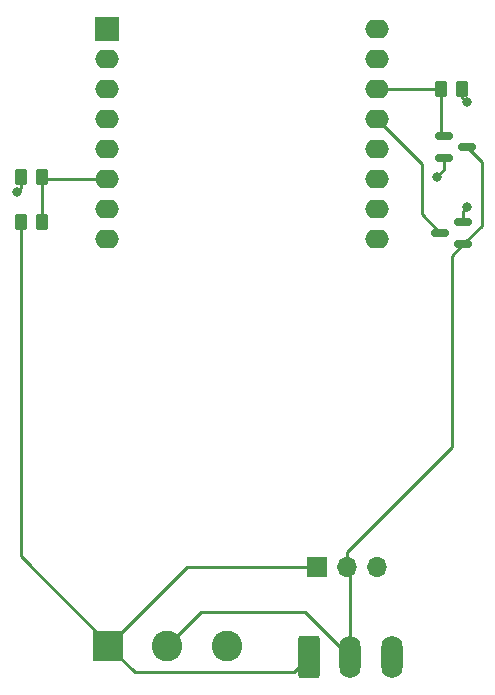
<source format=gtl>
%TF.GenerationSoftware,KiCad,Pcbnew,7.0.7*%
%TF.CreationDate,2023-10-31T06:07:48-06:00*%
%TF.ProjectId,RatGDO-OpenSource-D1Mini-ESP8266,52617447-444f-42d4-9f70-656e536f7572,rev?*%
%TF.SameCoordinates,Original*%
%TF.FileFunction,Copper,L1,Top*%
%TF.FilePolarity,Positive*%
%FSLAX46Y46*%
G04 Gerber Fmt 4.6, Leading zero omitted, Abs format (unit mm)*
G04 Created by KiCad (PCBNEW 7.0.7) date 2023-10-31 06:07:48*
%MOMM*%
%LPD*%
G01*
G04 APERTURE LIST*
G04 Aperture macros list*
%AMRoundRect*
0 Rectangle with rounded corners*
0 $1 Rounding radius*
0 $2 $3 $4 $5 $6 $7 $8 $9 X,Y pos of 4 corners*
0 Add a 4 corners polygon primitive as box body*
4,1,4,$2,$3,$4,$5,$6,$7,$8,$9,$2,$3,0*
0 Add four circle primitives for the rounded corners*
1,1,$1+$1,$2,$3*
1,1,$1+$1,$4,$5*
1,1,$1+$1,$6,$7*
1,1,$1+$1,$8,$9*
0 Add four rect primitives between the rounded corners*
20,1,$1+$1,$2,$3,$4,$5,0*
20,1,$1+$1,$4,$5,$6,$7,0*
20,1,$1+$1,$6,$7,$8,$9,0*
20,1,$1+$1,$8,$9,$2,$3,0*%
G04 Aperture macros list end*
%TA.AperFunction,SMDPad,CuDef*%
%ADD10RoundRect,0.250000X0.262500X0.450000X-0.262500X0.450000X-0.262500X-0.450000X0.262500X-0.450000X0*%
%TD*%
%TA.AperFunction,ComponentPad*%
%ADD11R,2.000000X2.000000*%
%TD*%
%TA.AperFunction,ComponentPad*%
%ADD12O,2.000000X1.600000*%
%TD*%
%TA.AperFunction,ComponentPad*%
%ADD13R,1.700000X1.700000*%
%TD*%
%TA.AperFunction,ComponentPad*%
%ADD14O,1.700000X1.700000*%
%TD*%
%TA.AperFunction,SMDPad,CuDef*%
%ADD15RoundRect,0.150000X-0.587500X-0.150000X0.587500X-0.150000X0.587500X0.150000X-0.587500X0.150000X0*%
%TD*%
%TA.AperFunction,SMDPad,CuDef*%
%ADD16RoundRect,0.150000X0.587500X0.150000X-0.587500X0.150000X-0.587500X-0.150000X0.587500X-0.150000X0*%
%TD*%
%TA.AperFunction,ComponentPad*%
%ADD17RoundRect,0.250000X-0.650000X-1.550000X0.650000X-1.550000X0.650000X1.550000X-0.650000X1.550000X0*%
%TD*%
%TA.AperFunction,ComponentPad*%
%ADD18O,1.800000X3.600000*%
%TD*%
%TA.AperFunction,ComponentPad*%
%ADD19R,2.600000X2.600000*%
%TD*%
%TA.AperFunction,ComponentPad*%
%ADD20C,2.600000*%
%TD*%
%TA.AperFunction,SMDPad,CuDef*%
%ADD21RoundRect,0.250000X-0.262500X-0.450000X0.262500X-0.450000X0.262500X0.450000X-0.262500X0.450000X0*%
%TD*%
%TA.AperFunction,ViaPad*%
%ADD22C,0.800000*%
%TD*%
%TA.AperFunction,Conductor*%
%ADD23C,0.250000*%
%TD*%
G04 APERTURE END LIST*
D10*
%TO.P,R3,1*%
%TO.N,GND*%
X159662500Y-71264162D03*
%TO.P,R3,2*%
%TO.N,Net-(Q2-G)*%
X157837500Y-71264162D03*
%TD*%
D11*
%TO.P,U1,1,~{RST}*%
%TO.N,unconnected-(U1-~{RST}-Pad1)*%
X129547500Y-66160000D03*
D12*
%TO.P,U1,2,A0*%
%TO.N,unconnected-(U1-A0-Pad2)*%
X129547500Y-68700000D03*
%TO.P,U1,3,D0*%
%TO.N,unconnected-(U1-D0-Pad3)*%
X129547500Y-71240000D03*
%TO.P,U1,4,SCK/D5*%
%TO.N,unconnected-(U1-SCK{slash}D5-Pad4)*%
X129547500Y-73780000D03*
%TO.P,U1,5,MISO/D6*%
%TO.N,unconnected-(U1-MISO{slash}D6-Pad5)*%
X129547500Y-76320000D03*
%TO.P,U1,6,MOSI/D7*%
%TO.N,Net-(U1-MOSI{slash}D7)*%
X129547500Y-78860000D03*
%TO.P,U1,7,CS/D8*%
%TO.N,unconnected-(U1-CS{slash}D8-Pad7)*%
X129547500Y-81400000D03*
%TO.P,U1,8,3V3*%
%TO.N,+3.3V*%
X129547500Y-83940000D03*
%TO.P,U1,9,5V*%
%TO.N,+5V*%
X152407500Y-83940000D03*
%TO.P,U1,10,GND*%
%TO.N,GND*%
X152407500Y-81400000D03*
%TO.P,U1,11,D4*%
%TO.N,unconnected-(U1-D4-Pad11)*%
X152407500Y-78860000D03*
%TO.P,U1,12,D3*%
%TO.N,unconnected-(U1-D3-Pad12)*%
X152407500Y-76320000D03*
%TO.P,U1,13,SDA/D2*%
%TO.N,Net-(Q1-D)*%
X152407500Y-73780000D03*
%TO.P,U1,14,SCL/D1*%
%TO.N,Net-(Q2-G)*%
X152407500Y-71240000D03*
%TO.P,U1,15,RX*%
%TO.N,unconnected-(U1-RX-Pad15)*%
X152407500Y-68700000D03*
%TO.P,U1,16,TX*%
%TO.N,unconnected-(U1-TX-Pad16)*%
X152407500Y-66160000D03*
%TD*%
D13*
%TO.P,J3,1,Blk/Obst*%
%TO.N,Net-(J1-Blk{slash}Obst)*%
X147335000Y-111760000D03*
D14*
%TO.P,J3,2,Red/Cntrl*%
%TO.N,Net-(J1-Red{slash}Cntrl)*%
X149875000Y-111760000D03*
%TO.P,J3,3,Wht/Gnd*%
%TO.N,GND*%
X152415000Y-111760000D03*
%TD*%
D15*
%TO.P,Q2,1,G*%
%TO.N,Net-(Q2-G)*%
X158145000Y-75250000D03*
%TO.P,Q2,2,S*%
%TO.N,GND*%
X158145000Y-77150000D03*
%TO.P,Q2,3,D*%
%TO.N,Net-(J1-Red{slash}Cntrl)*%
X160020000Y-76200000D03*
%TD*%
D16*
%TO.P,Q1,1,G*%
%TO.N,Net-(J1-Red{slash}Cntrl)*%
X159687500Y-84437500D03*
%TO.P,Q1,2,S*%
%TO.N,GND*%
X159687500Y-82537500D03*
%TO.P,Q1,3,D*%
%TO.N,Net-(Q1-D)*%
X157812500Y-83487500D03*
%TD*%
D17*
%TO.P,J2,1,Blk/Obst*%
%TO.N,Net-(J1-Blk{slash}Obst)*%
X146670000Y-119380000D03*
D18*
%TO.P,J2,2,Red/Cntrl*%
%TO.N,Net-(J1-Red{slash}Cntrl)*%
X150170000Y-119380000D03*
%TO.P,J2,3,Wht/Gnd*%
%TO.N,GND*%
X153670000Y-119380000D03*
%TD*%
D19*
%TO.P,J1,1,Blk/Obst*%
%TO.N,Net-(J1-Blk{slash}Obst)*%
X129700000Y-118415000D03*
D20*
%TO.P,J1,2,Red/Cntrl*%
%TO.N,Net-(J1-Red{slash}Cntrl)*%
X134700000Y-118415000D03*
%TO.P,J1,3,Wht/Gnd*%
%TO.N,GND*%
X139700000Y-118415000D03*
%TD*%
D10*
%TO.P,R2,1*%
%TO.N,Net-(U1-MOSI{slash}D7)*%
X124102500Y-78740000D03*
%TO.P,R2,2*%
%TO.N,GND*%
X122277500Y-78740000D03*
%TD*%
D21*
%TO.P,R1,1*%
%TO.N,Net-(J1-Blk{slash}Obst)*%
X122277500Y-82550000D03*
%TO.P,R1,2*%
%TO.N,Net-(U1-MOSI{slash}D7)*%
X124102500Y-82550000D03*
%TD*%
D22*
%TO.N,GND*%
X160020000Y-81280000D03*
X160020000Y-72390000D03*
X157480000Y-78740000D03*
X121920000Y-80010000D03*
%TD*%
D23*
%TO.N,Net-(Q1-D)*%
X157812500Y-83487500D02*
X156210000Y-81885000D01*
X156210000Y-77582500D02*
X152407500Y-73780000D01*
X156210000Y-81885000D02*
X156210000Y-77582500D01*
%TO.N,Net-(Q2-G)*%
X157813338Y-71240000D02*
X152407500Y-71240000D01*
X157837500Y-71264162D02*
X157813338Y-71240000D01*
X158145000Y-75250000D02*
X157837500Y-74942500D01*
X157837500Y-74942500D02*
X157837500Y-71264162D01*
%TO.N,Net-(U1-MOSI{slash}D7)*%
X124222500Y-78860000D02*
X129547500Y-78860000D01*
X124102500Y-78740000D02*
X124222500Y-78860000D01*
X124102500Y-82550000D02*
X124102500Y-78740000D01*
%TO.N,unconnected-(U1-CS{slash}D8-Pad7)*%
X129660000Y-81400000D02*
X129547500Y-81400000D01*
%TO.N,GND*%
X159687500Y-82537500D02*
X159687500Y-81612500D01*
X159687500Y-81612500D02*
X160020000Y-81280000D01*
X159662500Y-71264162D02*
X159662500Y-72032500D01*
X158145000Y-78075000D02*
X157480000Y-78740000D01*
X158145000Y-77150000D02*
X158145000Y-78075000D01*
X122277500Y-78740000D02*
X122277500Y-79652500D01*
X159662500Y-72032500D02*
X160020000Y-72390000D01*
X122277500Y-79652500D02*
X121920000Y-80010000D01*
%TO.N,Net-(J1-Blk{slash}Obst)*%
X136355000Y-111760000D02*
X147335000Y-111760000D01*
X129700000Y-118270000D02*
X129700000Y-118415000D01*
X129700000Y-118415000D02*
X131935000Y-120650000D01*
X131935000Y-120650000D02*
X145400000Y-120650000D01*
X129700000Y-118415000D02*
X136355000Y-111760000D01*
X122277500Y-82550000D02*
X122277500Y-110847500D01*
X122277500Y-110847500D02*
X129700000Y-118270000D01*
X145400000Y-120650000D02*
X146670000Y-119380000D01*
%TO.N,Net-(J1-Red{slash}Cntrl)*%
X160020000Y-76200000D02*
X161290000Y-77470000D01*
X149875000Y-110475000D02*
X158750000Y-101600000D01*
X146360000Y-115570000D02*
X150170000Y-119380000D01*
X150170000Y-119380000D02*
X150170000Y-112055000D01*
X158750000Y-85375000D02*
X159687500Y-84437500D01*
X150170000Y-112055000D02*
X149875000Y-111760000D01*
X161290000Y-82835000D02*
X160005698Y-84119302D01*
X158750000Y-101600000D02*
X158750000Y-85375000D01*
X134700000Y-118415000D02*
X137545000Y-115570000D01*
X161290000Y-77470000D02*
X161290000Y-82835000D01*
X137545000Y-115570000D02*
X146360000Y-115570000D01*
X149875000Y-111760000D02*
X149875000Y-110475000D01*
%TD*%
M02*

</source>
